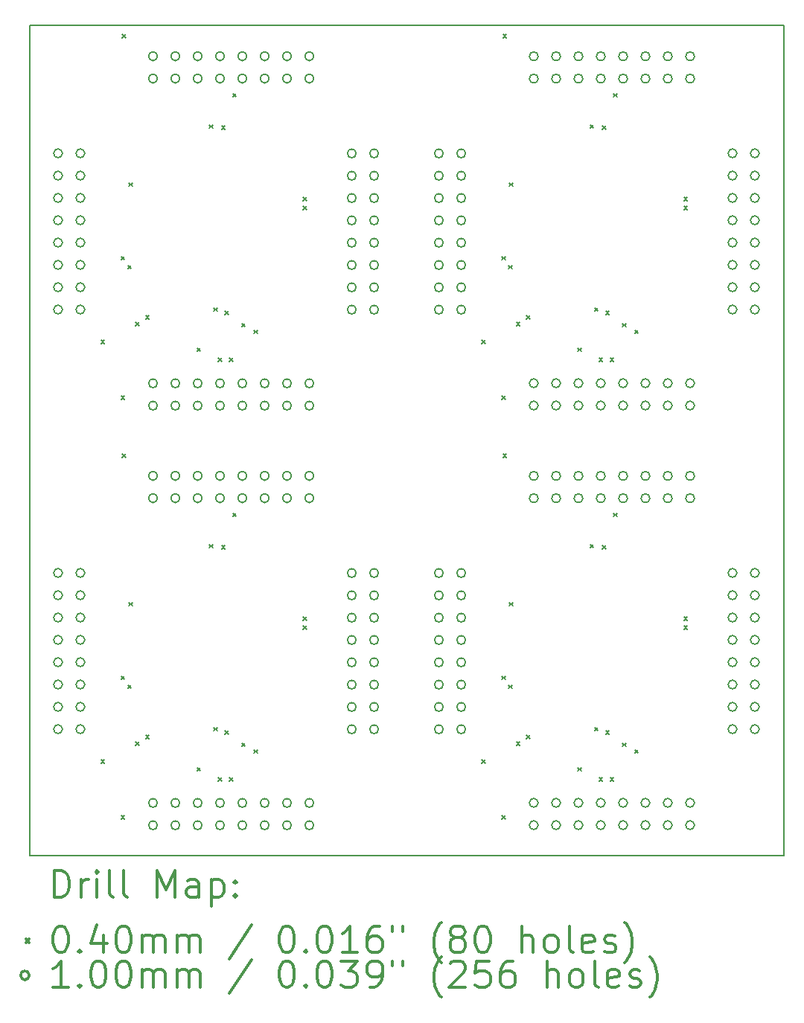
<source format=gbr>
%FSLAX45Y45*%
G04 Gerber Fmt 4.5, Leading zero omitted, Abs format (unit mm)*
G04 Created by KiCad (PCBNEW 5.0.2+dfsg1-1~bpo9+1) date lun. 08 juil. 2019 21:33:23 CEST*
%MOMM*%
%LPD*%
G01*
G04 APERTURE LIST*
%ADD10C,0.200000*%
%ADD11C,0.300000*%
G04 APERTURE END LIST*
D10*
X16929100Y-15608300D02*
X17018000Y-15608300D01*
X17030700Y-6159500D02*
X17018000Y-6159500D01*
X16929100Y-6159500D02*
X17030700Y-6159500D01*
X12687300Y-10833100D02*
X12687300Y-10934700D01*
X21259800Y-10833100D02*
X21259800Y-10934700D01*
X21259800Y-15608300D02*
X21259800Y-10934700D01*
X17018000Y-15608300D02*
X21259800Y-15608300D01*
X12687300Y-10934700D02*
X12687300Y-15608300D01*
X12687300Y-15608300D02*
X16929100Y-15608300D01*
X17018000Y-6159500D02*
X21259800Y-6159500D01*
X21259800Y-10833100D02*
X21259800Y-6159500D01*
X12687300Y-6159500D02*
X12687300Y-10833100D01*
X12687300Y-6159500D02*
X16929100Y-6159500D01*
D10*
X13492800Y-9746300D02*
X13532800Y-9786300D01*
X13532800Y-9746300D02*
X13492800Y-9786300D01*
X13492800Y-14521500D02*
X13532800Y-14561500D01*
X13532800Y-14521500D02*
X13492800Y-14561500D01*
X13721400Y-8793800D02*
X13761400Y-8833800D01*
X13761400Y-8793800D02*
X13721400Y-8833800D01*
X13721400Y-10381300D02*
X13761400Y-10421300D01*
X13761400Y-10381300D02*
X13721400Y-10421300D01*
X13721400Y-13569000D02*
X13761400Y-13609000D01*
X13761400Y-13569000D02*
X13721400Y-13609000D01*
X13721400Y-15156500D02*
X13761400Y-15196500D01*
X13761400Y-15156500D02*
X13721400Y-15196500D01*
X13734100Y-6266500D02*
X13774100Y-6306500D01*
X13774100Y-6266500D02*
X13734100Y-6306500D01*
X13734100Y-11041700D02*
X13774100Y-11081700D01*
X13774100Y-11041700D02*
X13734100Y-11081700D01*
X13797600Y-8895400D02*
X13837600Y-8935400D01*
X13837600Y-8895400D02*
X13797600Y-8935400D01*
X13797600Y-13670600D02*
X13837600Y-13710600D01*
X13837600Y-13670600D02*
X13797600Y-13710600D01*
X13808700Y-7955600D02*
X13848700Y-7995600D01*
X13848700Y-7955600D02*
X13808700Y-7995600D01*
X13808700Y-12730800D02*
X13848700Y-12770800D01*
X13848700Y-12730800D02*
X13808700Y-12770800D01*
X13886500Y-9543100D02*
X13926500Y-9583100D01*
X13926500Y-9543100D02*
X13886500Y-9583100D01*
X13886500Y-14318300D02*
X13926500Y-14358300D01*
X13926500Y-14318300D02*
X13886500Y-14358300D01*
X14000800Y-9466900D02*
X14040800Y-9506900D01*
X14040800Y-9466900D02*
X14000800Y-9506900D01*
X14000800Y-14242100D02*
X14040800Y-14282100D01*
X14040800Y-14242100D02*
X14000800Y-14282100D01*
X14585000Y-9835200D02*
X14625000Y-9875200D01*
X14625000Y-9835200D02*
X14585000Y-9875200D01*
X14585000Y-14610400D02*
X14625000Y-14650400D01*
X14625000Y-14610400D02*
X14585000Y-14650400D01*
X14724700Y-7295200D02*
X14764700Y-7335200D01*
X14764700Y-7295200D02*
X14724700Y-7335200D01*
X14724700Y-12070400D02*
X14764700Y-12110400D01*
X14764700Y-12070400D02*
X14724700Y-12110400D01*
X14775500Y-9378000D02*
X14815500Y-9418000D01*
X14815500Y-9378000D02*
X14775500Y-9418000D01*
X14775500Y-14153200D02*
X14815500Y-14193200D01*
X14815500Y-14153200D02*
X14775500Y-14193200D01*
X14826300Y-9949500D02*
X14866300Y-9989500D01*
X14866300Y-9949500D02*
X14826300Y-9989500D01*
X14826300Y-14724700D02*
X14866300Y-14764700D01*
X14866300Y-14724700D02*
X14826300Y-14764700D01*
X14864400Y-7307900D02*
X14904400Y-7347900D01*
X14904400Y-7307900D02*
X14864400Y-7347900D01*
X14864400Y-12083100D02*
X14904400Y-12123100D01*
X14904400Y-12083100D02*
X14864400Y-12123100D01*
X14902900Y-9416500D02*
X14942900Y-9456500D01*
X14942900Y-9416500D02*
X14902900Y-9456500D01*
X14902900Y-14191700D02*
X14942900Y-14231700D01*
X14942900Y-14191700D02*
X14902900Y-14231700D01*
X14953300Y-9949500D02*
X14993300Y-9989500D01*
X14993300Y-9949500D02*
X14953300Y-9989500D01*
X14953300Y-14724700D02*
X14993300Y-14764700D01*
X14993300Y-14724700D02*
X14953300Y-14764700D01*
X14991400Y-6939600D02*
X15031400Y-6979600D01*
X15031400Y-6939600D02*
X14991400Y-6979600D01*
X14991400Y-11714800D02*
X15031400Y-11754800D01*
X15031400Y-11714800D02*
X14991400Y-11754800D01*
X15093000Y-9555800D02*
X15133000Y-9595800D01*
X15133000Y-9555800D02*
X15093000Y-9595800D01*
X15093000Y-14331000D02*
X15133000Y-14371000D01*
X15133000Y-14331000D02*
X15093000Y-14371000D01*
X15232700Y-9632000D02*
X15272700Y-9672000D01*
X15272700Y-9632000D02*
X15232700Y-9672000D01*
X15232700Y-14407200D02*
X15272700Y-14447200D01*
X15272700Y-14407200D02*
X15232700Y-14447200D01*
X15791500Y-8120700D02*
X15831500Y-8160700D01*
X15831500Y-8120700D02*
X15791500Y-8160700D01*
X15791500Y-8222300D02*
X15831500Y-8262300D01*
X15831500Y-8222300D02*
X15791500Y-8262300D01*
X15791500Y-12895900D02*
X15831500Y-12935900D01*
X15831500Y-12895900D02*
X15791500Y-12935900D01*
X15791500Y-12997500D02*
X15831500Y-13037500D01*
X15831500Y-12997500D02*
X15791500Y-13037500D01*
X17823500Y-9746300D02*
X17863500Y-9786300D01*
X17863500Y-9746300D02*
X17823500Y-9786300D01*
X17823500Y-14521500D02*
X17863500Y-14561500D01*
X17863500Y-14521500D02*
X17823500Y-14561500D01*
X18052100Y-8793800D02*
X18092100Y-8833800D01*
X18092100Y-8793800D02*
X18052100Y-8833800D01*
X18052100Y-10381300D02*
X18092100Y-10421300D01*
X18092100Y-10381300D02*
X18052100Y-10421300D01*
X18052100Y-13569000D02*
X18092100Y-13609000D01*
X18092100Y-13569000D02*
X18052100Y-13609000D01*
X18052100Y-15156500D02*
X18092100Y-15196500D01*
X18092100Y-15156500D02*
X18052100Y-15196500D01*
X18064800Y-6266500D02*
X18104800Y-6306500D01*
X18104800Y-6266500D02*
X18064800Y-6306500D01*
X18064800Y-11041700D02*
X18104800Y-11081700D01*
X18104800Y-11041700D02*
X18064800Y-11081700D01*
X18128300Y-8895400D02*
X18168300Y-8935400D01*
X18168300Y-8895400D02*
X18128300Y-8935400D01*
X18128300Y-13670600D02*
X18168300Y-13710600D01*
X18168300Y-13670600D02*
X18128300Y-13710600D01*
X18139400Y-7955600D02*
X18179400Y-7995600D01*
X18179400Y-7955600D02*
X18139400Y-7995600D01*
X18139400Y-12730800D02*
X18179400Y-12770800D01*
X18179400Y-12730800D02*
X18139400Y-12770800D01*
X18217200Y-9543100D02*
X18257200Y-9583100D01*
X18257200Y-9543100D02*
X18217200Y-9583100D01*
X18217200Y-14318300D02*
X18257200Y-14358300D01*
X18257200Y-14318300D02*
X18217200Y-14358300D01*
X18331500Y-9466900D02*
X18371500Y-9506900D01*
X18371500Y-9466900D02*
X18331500Y-9506900D01*
X18331500Y-14242100D02*
X18371500Y-14282100D01*
X18371500Y-14242100D02*
X18331500Y-14282100D01*
X18915700Y-9835200D02*
X18955700Y-9875200D01*
X18955700Y-9835200D02*
X18915700Y-9875200D01*
X18915700Y-14610400D02*
X18955700Y-14650400D01*
X18955700Y-14610400D02*
X18915700Y-14650400D01*
X19055400Y-7295200D02*
X19095400Y-7335200D01*
X19095400Y-7295200D02*
X19055400Y-7335200D01*
X19055400Y-12070400D02*
X19095400Y-12110400D01*
X19095400Y-12070400D02*
X19055400Y-12110400D01*
X19106200Y-9378000D02*
X19146200Y-9418000D01*
X19146200Y-9378000D02*
X19106200Y-9418000D01*
X19106200Y-14153200D02*
X19146200Y-14193200D01*
X19146200Y-14153200D02*
X19106200Y-14193200D01*
X19157000Y-9949500D02*
X19197000Y-9989500D01*
X19197000Y-9949500D02*
X19157000Y-9989500D01*
X19157000Y-14724700D02*
X19197000Y-14764700D01*
X19197000Y-14724700D02*
X19157000Y-14764700D01*
X19195100Y-7307900D02*
X19235100Y-7347900D01*
X19235100Y-7307900D02*
X19195100Y-7347900D01*
X19195100Y-12083100D02*
X19235100Y-12123100D01*
X19235100Y-12083100D02*
X19195100Y-12123100D01*
X19233600Y-9416500D02*
X19273600Y-9456500D01*
X19273600Y-9416500D02*
X19233600Y-9456500D01*
X19233600Y-14191700D02*
X19273600Y-14231700D01*
X19273600Y-14191700D02*
X19233600Y-14231700D01*
X19284000Y-9949500D02*
X19324000Y-9989500D01*
X19324000Y-9949500D02*
X19284000Y-9989500D01*
X19284000Y-14724700D02*
X19324000Y-14764700D01*
X19324000Y-14724700D02*
X19284000Y-14764700D01*
X19322100Y-6939600D02*
X19362100Y-6979600D01*
X19362100Y-6939600D02*
X19322100Y-6979600D01*
X19322100Y-11714800D02*
X19362100Y-11754800D01*
X19362100Y-11714800D02*
X19322100Y-11754800D01*
X19423700Y-9555800D02*
X19463700Y-9595800D01*
X19463700Y-9555800D02*
X19423700Y-9595800D01*
X19423700Y-14331000D02*
X19463700Y-14371000D01*
X19463700Y-14331000D02*
X19423700Y-14371000D01*
X19563400Y-9632000D02*
X19603400Y-9672000D01*
X19603400Y-9632000D02*
X19563400Y-9672000D01*
X19563400Y-14407200D02*
X19603400Y-14447200D01*
X19603400Y-14407200D02*
X19563400Y-14447200D01*
X20122200Y-8120700D02*
X20162200Y-8160700D01*
X20162200Y-8120700D02*
X20122200Y-8160700D01*
X20122200Y-8222300D02*
X20162200Y-8262300D01*
X20162200Y-8222300D02*
X20122200Y-8262300D01*
X20122200Y-12895900D02*
X20162200Y-12935900D01*
X20162200Y-12895900D02*
X20122200Y-12935900D01*
X20122200Y-12997500D02*
X20162200Y-13037500D01*
X20162200Y-12997500D02*
X20122200Y-13037500D01*
X16394900Y-12395200D02*
G75*
G03X16394900Y-12395200I-50000J0D01*
G01*
X16394900Y-12649200D02*
G75*
G03X16394900Y-12649200I-50000J0D01*
G01*
X16394900Y-12903200D02*
G75*
G03X16394900Y-12903200I-50000J0D01*
G01*
X16394900Y-13157200D02*
G75*
G03X16394900Y-13157200I-50000J0D01*
G01*
X16394900Y-13411200D02*
G75*
G03X16394900Y-13411200I-50000J0D01*
G01*
X16394900Y-13665200D02*
G75*
G03X16394900Y-13665200I-50000J0D01*
G01*
X16394900Y-13919200D02*
G75*
G03X16394900Y-13919200I-50000J0D01*
G01*
X16394900Y-14173200D02*
G75*
G03X16394900Y-14173200I-50000J0D01*
G01*
X16648900Y-12395200D02*
G75*
G03X16648900Y-12395200I-50000J0D01*
G01*
X16648900Y-12649200D02*
G75*
G03X16648900Y-12649200I-50000J0D01*
G01*
X16648900Y-12903200D02*
G75*
G03X16648900Y-12903200I-50000J0D01*
G01*
X16648900Y-13157200D02*
G75*
G03X16648900Y-13157200I-50000J0D01*
G01*
X16648900Y-13411200D02*
G75*
G03X16648900Y-13411200I-50000J0D01*
G01*
X16648900Y-13665200D02*
G75*
G03X16648900Y-13665200I-50000J0D01*
G01*
X16648900Y-13919200D02*
G75*
G03X16648900Y-13919200I-50000J0D01*
G01*
X16648900Y-14173200D02*
G75*
G03X16648900Y-14173200I-50000J0D01*
G01*
X18465000Y-6515100D02*
G75*
G03X18465000Y-6515100I-50000J0D01*
G01*
X18465000Y-6769100D02*
G75*
G03X18465000Y-6769100I-50000J0D01*
G01*
X18719000Y-6515100D02*
G75*
G03X18719000Y-6515100I-50000J0D01*
G01*
X18719000Y-6769100D02*
G75*
G03X18719000Y-6769100I-50000J0D01*
G01*
X18973000Y-6515100D02*
G75*
G03X18973000Y-6515100I-50000J0D01*
G01*
X18973000Y-6769100D02*
G75*
G03X18973000Y-6769100I-50000J0D01*
G01*
X19227000Y-6515100D02*
G75*
G03X19227000Y-6515100I-50000J0D01*
G01*
X19227000Y-6769100D02*
G75*
G03X19227000Y-6769100I-50000J0D01*
G01*
X19481000Y-6515100D02*
G75*
G03X19481000Y-6515100I-50000J0D01*
G01*
X19481000Y-6769100D02*
G75*
G03X19481000Y-6769100I-50000J0D01*
G01*
X19735000Y-6515100D02*
G75*
G03X19735000Y-6515100I-50000J0D01*
G01*
X19735000Y-6769100D02*
G75*
G03X19735000Y-6769100I-50000J0D01*
G01*
X19989000Y-6515100D02*
G75*
G03X19989000Y-6515100I-50000J0D01*
G01*
X19989000Y-6769100D02*
G75*
G03X19989000Y-6769100I-50000J0D01*
G01*
X20243000Y-6515100D02*
G75*
G03X20243000Y-6515100I-50000J0D01*
G01*
X20243000Y-6769100D02*
G75*
G03X20243000Y-6769100I-50000J0D01*
G01*
X14134300Y-15011400D02*
G75*
G03X14134300Y-15011400I-50000J0D01*
G01*
X14134300Y-15265400D02*
G75*
G03X14134300Y-15265400I-50000J0D01*
G01*
X14388300Y-15011400D02*
G75*
G03X14388300Y-15011400I-50000J0D01*
G01*
X14388300Y-15265400D02*
G75*
G03X14388300Y-15265400I-50000J0D01*
G01*
X14642300Y-15011400D02*
G75*
G03X14642300Y-15011400I-50000J0D01*
G01*
X14642300Y-15265400D02*
G75*
G03X14642300Y-15265400I-50000J0D01*
G01*
X14896300Y-15011400D02*
G75*
G03X14896300Y-15011400I-50000J0D01*
G01*
X14896300Y-15265400D02*
G75*
G03X14896300Y-15265400I-50000J0D01*
G01*
X15150300Y-15011400D02*
G75*
G03X15150300Y-15011400I-50000J0D01*
G01*
X15150300Y-15265400D02*
G75*
G03X15150300Y-15265400I-50000J0D01*
G01*
X15404300Y-15011400D02*
G75*
G03X15404300Y-15011400I-50000J0D01*
G01*
X15404300Y-15265400D02*
G75*
G03X15404300Y-15265400I-50000J0D01*
G01*
X15658300Y-15011400D02*
G75*
G03X15658300Y-15011400I-50000J0D01*
G01*
X15658300Y-15265400D02*
G75*
G03X15658300Y-15265400I-50000J0D01*
G01*
X15912300Y-15011400D02*
G75*
G03X15912300Y-15011400I-50000J0D01*
G01*
X15912300Y-15265400D02*
G75*
G03X15912300Y-15265400I-50000J0D01*
G01*
X13054800Y-7620000D02*
G75*
G03X13054800Y-7620000I-50000J0D01*
G01*
X13054800Y-7874000D02*
G75*
G03X13054800Y-7874000I-50000J0D01*
G01*
X13054800Y-8128000D02*
G75*
G03X13054800Y-8128000I-50000J0D01*
G01*
X13054800Y-8382000D02*
G75*
G03X13054800Y-8382000I-50000J0D01*
G01*
X13054800Y-8636000D02*
G75*
G03X13054800Y-8636000I-50000J0D01*
G01*
X13054800Y-8890000D02*
G75*
G03X13054800Y-8890000I-50000J0D01*
G01*
X13054800Y-9144000D02*
G75*
G03X13054800Y-9144000I-50000J0D01*
G01*
X13054800Y-9398000D02*
G75*
G03X13054800Y-9398000I-50000J0D01*
G01*
X13308800Y-7620000D02*
G75*
G03X13308800Y-7620000I-50000J0D01*
G01*
X13308800Y-7874000D02*
G75*
G03X13308800Y-7874000I-50000J0D01*
G01*
X13308800Y-8128000D02*
G75*
G03X13308800Y-8128000I-50000J0D01*
G01*
X13308800Y-8382000D02*
G75*
G03X13308800Y-8382000I-50000J0D01*
G01*
X13308800Y-8636000D02*
G75*
G03X13308800Y-8636000I-50000J0D01*
G01*
X13308800Y-8890000D02*
G75*
G03X13308800Y-8890000I-50000J0D01*
G01*
X13308800Y-9144000D02*
G75*
G03X13308800Y-9144000I-50000J0D01*
G01*
X13308800Y-9398000D02*
G75*
G03X13308800Y-9398000I-50000J0D01*
G01*
X14134300Y-10236200D02*
G75*
G03X14134300Y-10236200I-50000J0D01*
G01*
X14134300Y-10490200D02*
G75*
G03X14134300Y-10490200I-50000J0D01*
G01*
X14388300Y-10236200D02*
G75*
G03X14388300Y-10236200I-50000J0D01*
G01*
X14388300Y-10490200D02*
G75*
G03X14388300Y-10490200I-50000J0D01*
G01*
X14642300Y-10236200D02*
G75*
G03X14642300Y-10236200I-50000J0D01*
G01*
X14642300Y-10490200D02*
G75*
G03X14642300Y-10490200I-50000J0D01*
G01*
X14896300Y-10236200D02*
G75*
G03X14896300Y-10236200I-50000J0D01*
G01*
X14896300Y-10490200D02*
G75*
G03X14896300Y-10490200I-50000J0D01*
G01*
X15150300Y-10236200D02*
G75*
G03X15150300Y-10236200I-50000J0D01*
G01*
X15150300Y-10490200D02*
G75*
G03X15150300Y-10490200I-50000J0D01*
G01*
X15404300Y-10236200D02*
G75*
G03X15404300Y-10236200I-50000J0D01*
G01*
X15404300Y-10490200D02*
G75*
G03X15404300Y-10490200I-50000J0D01*
G01*
X15658300Y-10236200D02*
G75*
G03X15658300Y-10236200I-50000J0D01*
G01*
X15658300Y-10490200D02*
G75*
G03X15658300Y-10490200I-50000J0D01*
G01*
X15912300Y-10236200D02*
G75*
G03X15912300Y-10236200I-50000J0D01*
G01*
X15912300Y-10490200D02*
G75*
G03X15912300Y-10490200I-50000J0D01*
G01*
X16394900Y-7620000D02*
G75*
G03X16394900Y-7620000I-50000J0D01*
G01*
X16394900Y-7874000D02*
G75*
G03X16394900Y-7874000I-50000J0D01*
G01*
X16394900Y-8128000D02*
G75*
G03X16394900Y-8128000I-50000J0D01*
G01*
X16394900Y-8382000D02*
G75*
G03X16394900Y-8382000I-50000J0D01*
G01*
X16394900Y-8636000D02*
G75*
G03X16394900Y-8636000I-50000J0D01*
G01*
X16394900Y-8890000D02*
G75*
G03X16394900Y-8890000I-50000J0D01*
G01*
X16394900Y-9144000D02*
G75*
G03X16394900Y-9144000I-50000J0D01*
G01*
X16394900Y-9398000D02*
G75*
G03X16394900Y-9398000I-50000J0D01*
G01*
X16648900Y-7620000D02*
G75*
G03X16648900Y-7620000I-50000J0D01*
G01*
X16648900Y-7874000D02*
G75*
G03X16648900Y-7874000I-50000J0D01*
G01*
X16648900Y-8128000D02*
G75*
G03X16648900Y-8128000I-50000J0D01*
G01*
X16648900Y-8382000D02*
G75*
G03X16648900Y-8382000I-50000J0D01*
G01*
X16648900Y-8636000D02*
G75*
G03X16648900Y-8636000I-50000J0D01*
G01*
X16648900Y-8890000D02*
G75*
G03X16648900Y-8890000I-50000J0D01*
G01*
X16648900Y-9144000D02*
G75*
G03X16648900Y-9144000I-50000J0D01*
G01*
X16648900Y-9398000D02*
G75*
G03X16648900Y-9398000I-50000J0D01*
G01*
X20725600Y-7620000D02*
G75*
G03X20725600Y-7620000I-50000J0D01*
G01*
X20725600Y-7874000D02*
G75*
G03X20725600Y-7874000I-50000J0D01*
G01*
X20725600Y-8128000D02*
G75*
G03X20725600Y-8128000I-50000J0D01*
G01*
X20725600Y-8382000D02*
G75*
G03X20725600Y-8382000I-50000J0D01*
G01*
X20725600Y-8636000D02*
G75*
G03X20725600Y-8636000I-50000J0D01*
G01*
X20725600Y-8890000D02*
G75*
G03X20725600Y-8890000I-50000J0D01*
G01*
X20725600Y-9144000D02*
G75*
G03X20725600Y-9144000I-50000J0D01*
G01*
X20725600Y-9398000D02*
G75*
G03X20725600Y-9398000I-50000J0D01*
G01*
X20979600Y-7620000D02*
G75*
G03X20979600Y-7620000I-50000J0D01*
G01*
X20979600Y-7874000D02*
G75*
G03X20979600Y-7874000I-50000J0D01*
G01*
X20979600Y-8128000D02*
G75*
G03X20979600Y-8128000I-50000J0D01*
G01*
X20979600Y-8382000D02*
G75*
G03X20979600Y-8382000I-50000J0D01*
G01*
X20979600Y-8636000D02*
G75*
G03X20979600Y-8636000I-50000J0D01*
G01*
X20979600Y-8890000D02*
G75*
G03X20979600Y-8890000I-50000J0D01*
G01*
X20979600Y-9144000D02*
G75*
G03X20979600Y-9144000I-50000J0D01*
G01*
X20979600Y-9398000D02*
G75*
G03X20979600Y-9398000I-50000J0D01*
G01*
X18465000Y-10236200D02*
G75*
G03X18465000Y-10236200I-50000J0D01*
G01*
X18465000Y-10490200D02*
G75*
G03X18465000Y-10490200I-50000J0D01*
G01*
X18719000Y-10236200D02*
G75*
G03X18719000Y-10236200I-50000J0D01*
G01*
X18719000Y-10490200D02*
G75*
G03X18719000Y-10490200I-50000J0D01*
G01*
X18973000Y-10236200D02*
G75*
G03X18973000Y-10236200I-50000J0D01*
G01*
X18973000Y-10490200D02*
G75*
G03X18973000Y-10490200I-50000J0D01*
G01*
X19227000Y-10236200D02*
G75*
G03X19227000Y-10236200I-50000J0D01*
G01*
X19227000Y-10490200D02*
G75*
G03X19227000Y-10490200I-50000J0D01*
G01*
X19481000Y-10236200D02*
G75*
G03X19481000Y-10236200I-50000J0D01*
G01*
X19481000Y-10490200D02*
G75*
G03X19481000Y-10490200I-50000J0D01*
G01*
X19735000Y-10236200D02*
G75*
G03X19735000Y-10236200I-50000J0D01*
G01*
X19735000Y-10490200D02*
G75*
G03X19735000Y-10490200I-50000J0D01*
G01*
X19989000Y-10236200D02*
G75*
G03X19989000Y-10236200I-50000J0D01*
G01*
X19989000Y-10490200D02*
G75*
G03X19989000Y-10490200I-50000J0D01*
G01*
X20243000Y-10236200D02*
G75*
G03X20243000Y-10236200I-50000J0D01*
G01*
X20243000Y-10490200D02*
G75*
G03X20243000Y-10490200I-50000J0D01*
G01*
X14134300Y-6515100D02*
G75*
G03X14134300Y-6515100I-50000J0D01*
G01*
X14134300Y-6769100D02*
G75*
G03X14134300Y-6769100I-50000J0D01*
G01*
X14388300Y-6515100D02*
G75*
G03X14388300Y-6515100I-50000J0D01*
G01*
X14388300Y-6769100D02*
G75*
G03X14388300Y-6769100I-50000J0D01*
G01*
X14642300Y-6515100D02*
G75*
G03X14642300Y-6515100I-50000J0D01*
G01*
X14642300Y-6769100D02*
G75*
G03X14642300Y-6769100I-50000J0D01*
G01*
X14896300Y-6515100D02*
G75*
G03X14896300Y-6515100I-50000J0D01*
G01*
X14896300Y-6769100D02*
G75*
G03X14896300Y-6769100I-50000J0D01*
G01*
X15150300Y-6515100D02*
G75*
G03X15150300Y-6515100I-50000J0D01*
G01*
X15150300Y-6769100D02*
G75*
G03X15150300Y-6769100I-50000J0D01*
G01*
X15404300Y-6515100D02*
G75*
G03X15404300Y-6515100I-50000J0D01*
G01*
X15404300Y-6769100D02*
G75*
G03X15404300Y-6769100I-50000J0D01*
G01*
X15658300Y-6515100D02*
G75*
G03X15658300Y-6515100I-50000J0D01*
G01*
X15658300Y-6769100D02*
G75*
G03X15658300Y-6769100I-50000J0D01*
G01*
X15912300Y-6515100D02*
G75*
G03X15912300Y-6515100I-50000J0D01*
G01*
X15912300Y-6769100D02*
G75*
G03X15912300Y-6769100I-50000J0D01*
G01*
X14134300Y-11290300D02*
G75*
G03X14134300Y-11290300I-50000J0D01*
G01*
X14134300Y-11544300D02*
G75*
G03X14134300Y-11544300I-50000J0D01*
G01*
X14388300Y-11290300D02*
G75*
G03X14388300Y-11290300I-50000J0D01*
G01*
X14388300Y-11544300D02*
G75*
G03X14388300Y-11544300I-50000J0D01*
G01*
X14642300Y-11290300D02*
G75*
G03X14642300Y-11290300I-50000J0D01*
G01*
X14642300Y-11544300D02*
G75*
G03X14642300Y-11544300I-50000J0D01*
G01*
X14896300Y-11290300D02*
G75*
G03X14896300Y-11290300I-50000J0D01*
G01*
X14896300Y-11544300D02*
G75*
G03X14896300Y-11544300I-50000J0D01*
G01*
X15150300Y-11290300D02*
G75*
G03X15150300Y-11290300I-50000J0D01*
G01*
X15150300Y-11544300D02*
G75*
G03X15150300Y-11544300I-50000J0D01*
G01*
X15404300Y-11290300D02*
G75*
G03X15404300Y-11290300I-50000J0D01*
G01*
X15404300Y-11544300D02*
G75*
G03X15404300Y-11544300I-50000J0D01*
G01*
X15658300Y-11290300D02*
G75*
G03X15658300Y-11290300I-50000J0D01*
G01*
X15658300Y-11544300D02*
G75*
G03X15658300Y-11544300I-50000J0D01*
G01*
X15912300Y-11290300D02*
G75*
G03X15912300Y-11290300I-50000J0D01*
G01*
X15912300Y-11544300D02*
G75*
G03X15912300Y-11544300I-50000J0D01*
G01*
X20725600Y-12395200D02*
G75*
G03X20725600Y-12395200I-50000J0D01*
G01*
X20725600Y-12649200D02*
G75*
G03X20725600Y-12649200I-50000J0D01*
G01*
X20725600Y-12903200D02*
G75*
G03X20725600Y-12903200I-50000J0D01*
G01*
X20725600Y-13157200D02*
G75*
G03X20725600Y-13157200I-50000J0D01*
G01*
X20725600Y-13411200D02*
G75*
G03X20725600Y-13411200I-50000J0D01*
G01*
X20725600Y-13665200D02*
G75*
G03X20725600Y-13665200I-50000J0D01*
G01*
X20725600Y-13919200D02*
G75*
G03X20725600Y-13919200I-50000J0D01*
G01*
X20725600Y-14173200D02*
G75*
G03X20725600Y-14173200I-50000J0D01*
G01*
X20979600Y-12395200D02*
G75*
G03X20979600Y-12395200I-50000J0D01*
G01*
X20979600Y-12649200D02*
G75*
G03X20979600Y-12649200I-50000J0D01*
G01*
X20979600Y-12903200D02*
G75*
G03X20979600Y-12903200I-50000J0D01*
G01*
X20979600Y-13157200D02*
G75*
G03X20979600Y-13157200I-50000J0D01*
G01*
X20979600Y-13411200D02*
G75*
G03X20979600Y-13411200I-50000J0D01*
G01*
X20979600Y-13665200D02*
G75*
G03X20979600Y-13665200I-50000J0D01*
G01*
X20979600Y-13919200D02*
G75*
G03X20979600Y-13919200I-50000J0D01*
G01*
X20979600Y-14173200D02*
G75*
G03X20979600Y-14173200I-50000J0D01*
G01*
X18465000Y-11290300D02*
G75*
G03X18465000Y-11290300I-50000J0D01*
G01*
X18465000Y-11544300D02*
G75*
G03X18465000Y-11544300I-50000J0D01*
G01*
X18719000Y-11290300D02*
G75*
G03X18719000Y-11290300I-50000J0D01*
G01*
X18719000Y-11544300D02*
G75*
G03X18719000Y-11544300I-50000J0D01*
G01*
X18973000Y-11290300D02*
G75*
G03X18973000Y-11290300I-50000J0D01*
G01*
X18973000Y-11544300D02*
G75*
G03X18973000Y-11544300I-50000J0D01*
G01*
X19227000Y-11290300D02*
G75*
G03X19227000Y-11290300I-50000J0D01*
G01*
X19227000Y-11544300D02*
G75*
G03X19227000Y-11544300I-50000J0D01*
G01*
X19481000Y-11290300D02*
G75*
G03X19481000Y-11290300I-50000J0D01*
G01*
X19481000Y-11544300D02*
G75*
G03X19481000Y-11544300I-50000J0D01*
G01*
X19735000Y-11290300D02*
G75*
G03X19735000Y-11290300I-50000J0D01*
G01*
X19735000Y-11544300D02*
G75*
G03X19735000Y-11544300I-50000J0D01*
G01*
X19989000Y-11290300D02*
G75*
G03X19989000Y-11290300I-50000J0D01*
G01*
X19989000Y-11544300D02*
G75*
G03X19989000Y-11544300I-50000J0D01*
G01*
X20243000Y-11290300D02*
G75*
G03X20243000Y-11290300I-50000J0D01*
G01*
X20243000Y-11544300D02*
G75*
G03X20243000Y-11544300I-50000J0D01*
G01*
X17385500Y-12395200D02*
G75*
G03X17385500Y-12395200I-50000J0D01*
G01*
X17385500Y-12649200D02*
G75*
G03X17385500Y-12649200I-50000J0D01*
G01*
X17385500Y-12903200D02*
G75*
G03X17385500Y-12903200I-50000J0D01*
G01*
X17385500Y-13157200D02*
G75*
G03X17385500Y-13157200I-50000J0D01*
G01*
X17385500Y-13411200D02*
G75*
G03X17385500Y-13411200I-50000J0D01*
G01*
X17385500Y-13665200D02*
G75*
G03X17385500Y-13665200I-50000J0D01*
G01*
X17385500Y-13919200D02*
G75*
G03X17385500Y-13919200I-50000J0D01*
G01*
X17385500Y-14173200D02*
G75*
G03X17385500Y-14173200I-50000J0D01*
G01*
X17639500Y-12395200D02*
G75*
G03X17639500Y-12395200I-50000J0D01*
G01*
X17639500Y-12649200D02*
G75*
G03X17639500Y-12649200I-50000J0D01*
G01*
X17639500Y-12903200D02*
G75*
G03X17639500Y-12903200I-50000J0D01*
G01*
X17639500Y-13157200D02*
G75*
G03X17639500Y-13157200I-50000J0D01*
G01*
X17639500Y-13411200D02*
G75*
G03X17639500Y-13411200I-50000J0D01*
G01*
X17639500Y-13665200D02*
G75*
G03X17639500Y-13665200I-50000J0D01*
G01*
X17639500Y-13919200D02*
G75*
G03X17639500Y-13919200I-50000J0D01*
G01*
X17639500Y-14173200D02*
G75*
G03X17639500Y-14173200I-50000J0D01*
G01*
X13054800Y-12395200D02*
G75*
G03X13054800Y-12395200I-50000J0D01*
G01*
X13054800Y-12649200D02*
G75*
G03X13054800Y-12649200I-50000J0D01*
G01*
X13054800Y-12903200D02*
G75*
G03X13054800Y-12903200I-50000J0D01*
G01*
X13054800Y-13157200D02*
G75*
G03X13054800Y-13157200I-50000J0D01*
G01*
X13054800Y-13411200D02*
G75*
G03X13054800Y-13411200I-50000J0D01*
G01*
X13054800Y-13665200D02*
G75*
G03X13054800Y-13665200I-50000J0D01*
G01*
X13054800Y-13919200D02*
G75*
G03X13054800Y-13919200I-50000J0D01*
G01*
X13054800Y-14173200D02*
G75*
G03X13054800Y-14173200I-50000J0D01*
G01*
X13308800Y-12395200D02*
G75*
G03X13308800Y-12395200I-50000J0D01*
G01*
X13308800Y-12649200D02*
G75*
G03X13308800Y-12649200I-50000J0D01*
G01*
X13308800Y-12903200D02*
G75*
G03X13308800Y-12903200I-50000J0D01*
G01*
X13308800Y-13157200D02*
G75*
G03X13308800Y-13157200I-50000J0D01*
G01*
X13308800Y-13411200D02*
G75*
G03X13308800Y-13411200I-50000J0D01*
G01*
X13308800Y-13665200D02*
G75*
G03X13308800Y-13665200I-50000J0D01*
G01*
X13308800Y-13919200D02*
G75*
G03X13308800Y-13919200I-50000J0D01*
G01*
X13308800Y-14173200D02*
G75*
G03X13308800Y-14173200I-50000J0D01*
G01*
X18465000Y-15011400D02*
G75*
G03X18465000Y-15011400I-50000J0D01*
G01*
X18465000Y-15265400D02*
G75*
G03X18465000Y-15265400I-50000J0D01*
G01*
X18719000Y-15011400D02*
G75*
G03X18719000Y-15011400I-50000J0D01*
G01*
X18719000Y-15265400D02*
G75*
G03X18719000Y-15265400I-50000J0D01*
G01*
X18973000Y-15011400D02*
G75*
G03X18973000Y-15011400I-50000J0D01*
G01*
X18973000Y-15265400D02*
G75*
G03X18973000Y-15265400I-50000J0D01*
G01*
X19227000Y-15011400D02*
G75*
G03X19227000Y-15011400I-50000J0D01*
G01*
X19227000Y-15265400D02*
G75*
G03X19227000Y-15265400I-50000J0D01*
G01*
X19481000Y-15011400D02*
G75*
G03X19481000Y-15011400I-50000J0D01*
G01*
X19481000Y-15265400D02*
G75*
G03X19481000Y-15265400I-50000J0D01*
G01*
X19735000Y-15011400D02*
G75*
G03X19735000Y-15011400I-50000J0D01*
G01*
X19735000Y-15265400D02*
G75*
G03X19735000Y-15265400I-50000J0D01*
G01*
X19989000Y-15011400D02*
G75*
G03X19989000Y-15011400I-50000J0D01*
G01*
X19989000Y-15265400D02*
G75*
G03X19989000Y-15265400I-50000J0D01*
G01*
X20243000Y-15011400D02*
G75*
G03X20243000Y-15011400I-50000J0D01*
G01*
X20243000Y-15265400D02*
G75*
G03X20243000Y-15265400I-50000J0D01*
G01*
X17385500Y-7620000D02*
G75*
G03X17385500Y-7620000I-50000J0D01*
G01*
X17385500Y-7874000D02*
G75*
G03X17385500Y-7874000I-50000J0D01*
G01*
X17385500Y-8128000D02*
G75*
G03X17385500Y-8128000I-50000J0D01*
G01*
X17385500Y-8382000D02*
G75*
G03X17385500Y-8382000I-50000J0D01*
G01*
X17385500Y-8636000D02*
G75*
G03X17385500Y-8636000I-50000J0D01*
G01*
X17385500Y-8890000D02*
G75*
G03X17385500Y-8890000I-50000J0D01*
G01*
X17385500Y-9144000D02*
G75*
G03X17385500Y-9144000I-50000J0D01*
G01*
X17385500Y-9398000D02*
G75*
G03X17385500Y-9398000I-50000J0D01*
G01*
X17639500Y-7620000D02*
G75*
G03X17639500Y-7620000I-50000J0D01*
G01*
X17639500Y-7874000D02*
G75*
G03X17639500Y-7874000I-50000J0D01*
G01*
X17639500Y-8128000D02*
G75*
G03X17639500Y-8128000I-50000J0D01*
G01*
X17639500Y-8382000D02*
G75*
G03X17639500Y-8382000I-50000J0D01*
G01*
X17639500Y-8636000D02*
G75*
G03X17639500Y-8636000I-50000J0D01*
G01*
X17639500Y-8890000D02*
G75*
G03X17639500Y-8890000I-50000J0D01*
G01*
X17639500Y-9144000D02*
G75*
G03X17639500Y-9144000I-50000J0D01*
G01*
X17639500Y-9398000D02*
G75*
G03X17639500Y-9398000I-50000J0D01*
G01*
D11*
X12963728Y-16084014D02*
X12963728Y-15784014D01*
X13035157Y-15784014D01*
X13078014Y-15798300D01*
X13106586Y-15826871D01*
X13120871Y-15855443D01*
X13135157Y-15912586D01*
X13135157Y-15955443D01*
X13120871Y-16012586D01*
X13106586Y-16041157D01*
X13078014Y-16069729D01*
X13035157Y-16084014D01*
X12963728Y-16084014D01*
X13263728Y-16084014D02*
X13263728Y-15884014D01*
X13263728Y-15941157D02*
X13278014Y-15912586D01*
X13292300Y-15898300D01*
X13320871Y-15884014D01*
X13349443Y-15884014D01*
X13449443Y-16084014D02*
X13449443Y-15884014D01*
X13449443Y-15784014D02*
X13435157Y-15798300D01*
X13449443Y-15812586D01*
X13463728Y-15798300D01*
X13449443Y-15784014D01*
X13449443Y-15812586D01*
X13635157Y-16084014D02*
X13606586Y-16069729D01*
X13592300Y-16041157D01*
X13592300Y-15784014D01*
X13792300Y-16084014D02*
X13763728Y-16069729D01*
X13749443Y-16041157D01*
X13749443Y-15784014D01*
X14135157Y-16084014D02*
X14135157Y-15784014D01*
X14235157Y-15998300D01*
X14335157Y-15784014D01*
X14335157Y-16084014D01*
X14606586Y-16084014D02*
X14606586Y-15926871D01*
X14592300Y-15898300D01*
X14563728Y-15884014D01*
X14506586Y-15884014D01*
X14478014Y-15898300D01*
X14606586Y-16069729D02*
X14578014Y-16084014D01*
X14506586Y-16084014D01*
X14478014Y-16069729D01*
X14463728Y-16041157D01*
X14463728Y-16012586D01*
X14478014Y-15984014D01*
X14506586Y-15969729D01*
X14578014Y-15969729D01*
X14606586Y-15955443D01*
X14749443Y-15884014D02*
X14749443Y-16184014D01*
X14749443Y-15898300D02*
X14778014Y-15884014D01*
X14835157Y-15884014D01*
X14863728Y-15898300D01*
X14878014Y-15912586D01*
X14892300Y-15941157D01*
X14892300Y-16026871D01*
X14878014Y-16055443D01*
X14863728Y-16069729D01*
X14835157Y-16084014D01*
X14778014Y-16084014D01*
X14749443Y-16069729D01*
X15020871Y-16055443D02*
X15035157Y-16069729D01*
X15020871Y-16084014D01*
X15006586Y-16069729D01*
X15020871Y-16055443D01*
X15020871Y-16084014D01*
X15020871Y-15898300D02*
X15035157Y-15912586D01*
X15020871Y-15926871D01*
X15006586Y-15912586D01*
X15020871Y-15898300D01*
X15020871Y-15926871D01*
X12637300Y-16558300D02*
X12677300Y-16598300D01*
X12677300Y-16558300D02*
X12637300Y-16598300D01*
X13020871Y-16414014D02*
X13049443Y-16414014D01*
X13078014Y-16428300D01*
X13092300Y-16442586D01*
X13106586Y-16471157D01*
X13120871Y-16528300D01*
X13120871Y-16599729D01*
X13106586Y-16656871D01*
X13092300Y-16685443D01*
X13078014Y-16699729D01*
X13049443Y-16714014D01*
X13020871Y-16714014D01*
X12992300Y-16699729D01*
X12978014Y-16685443D01*
X12963728Y-16656871D01*
X12949443Y-16599729D01*
X12949443Y-16528300D01*
X12963728Y-16471157D01*
X12978014Y-16442586D01*
X12992300Y-16428300D01*
X13020871Y-16414014D01*
X13249443Y-16685443D02*
X13263728Y-16699729D01*
X13249443Y-16714014D01*
X13235157Y-16699729D01*
X13249443Y-16685443D01*
X13249443Y-16714014D01*
X13520871Y-16514014D02*
X13520871Y-16714014D01*
X13449443Y-16399729D02*
X13378014Y-16614014D01*
X13563728Y-16614014D01*
X13735157Y-16414014D02*
X13763728Y-16414014D01*
X13792300Y-16428300D01*
X13806586Y-16442586D01*
X13820871Y-16471157D01*
X13835157Y-16528300D01*
X13835157Y-16599729D01*
X13820871Y-16656871D01*
X13806586Y-16685443D01*
X13792300Y-16699729D01*
X13763728Y-16714014D01*
X13735157Y-16714014D01*
X13706586Y-16699729D01*
X13692300Y-16685443D01*
X13678014Y-16656871D01*
X13663728Y-16599729D01*
X13663728Y-16528300D01*
X13678014Y-16471157D01*
X13692300Y-16442586D01*
X13706586Y-16428300D01*
X13735157Y-16414014D01*
X13963728Y-16714014D02*
X13963728Y-16514014D01*
X13963728Y-16542586D02*
X13978014Y-16528300D01*
X14006586Y-16514014D01*
X14049443Y-16514014D01*
X14078014Y-16528300D01*
X14092300Y-16556871D01*
X14092300Y-16714014D01*
X14092300Y-16556871D02*
X14106586Y-16528300D01*
X14135157Y-16514014D01*
X14178014Y-16514014D01*
X14206586Y-16528300D01*
X14220871Y-16556871D01*
X14220871Y-16714014D01*
X14363728Y-16714014D02*
X14363728Y-16514014D01*
X14363728Y-16542586D02*
X14378014Y-16528300D01*
X14406586Y-16514014D01*
X14449443Y-16514014D01*
X14478014Y-16528300D01*
X14492300Y-16556871D01*
X14492300Y-16714014D01*
X14492300Y-16556871D02*
X14506586Y-16528300D01*
X14535157Y-16514014D01*
X14578014Y-16514014D01*
X14606586Y-16528300D01*
X14620871Y-16556871D01*
X14620871Y-16714014D01*
X15206586Y-16399729D02*
X14949443Y-16785443D01*
X15592300Y-16414014D02*
X15620871Y-16414014D01*
X15649443Y-16428300D01*
X15663728Y-16442586D01*
X15678014Y-16471157D01*
X15692300Y-16528300D01*
X15692300Y-16599729D01*
X15678014Y-16656871D01*
X15663728Y-16685443D01*
X15649443Y-16699729D01*
X15620871Y-16714014D01*
X15592300Y-16714014D01*
X15563728Y-16699729D01*
X15549443Y-16685443D01*
X15535157Y-16656871D01*
X15520871Y-16599729D01*
X15520871Y-16528300D01*
X15535157Y-16471157D01*
X15549443Y-16442586D01*
X15563728Y-16428300D01*
X15592300Y-16414014D01*
X15820871Y-16685443D02*
X15835157Y-16699729D01*
X15820871Y-16714014D01*
X15806586Y-16699729D01*
X15820871Y-16685443D01*
X15820871Y-16714014D01*
X16020871Y-16414014D02*
X16049443Y-16414014D01*
X16078014Y-16428300D01*
X16092300Y-16442586D01*
X16106586Y-16471157D01*
X16120871Y-16528300D01*
X16120871Y-16599729D01*
X16106586Y-16656871D01*
X16092300Y-16685443D01*
X16078014Y-16699729D01*
X16049443Y-16714014D01*
X16020871Y-16714014D01*
X15992300Y-16699729D01*
X15978014Y-16685443D01*
X15963728Y-16656871D01*
X15949443Y-16599729D01*
X15949443Y-16528300D01*
X15963728Y-16471157D01*
X15978014Y-16442586D01*
X15992300Y-16428300D01*
X16020871Y-16414014D01*
X16406586Y-16714014D02*
X16235157Y-16714014D01*
X16320871Y-16714014D02*
X16320871Y-16414014D01*
X16292300Y-16456871D01*
X16263728Y-16485443D01*
X16235157Y-16499729D01*
X16663728Y-16414014D02*
X16606586Y-16414014D01*
X16578014Y-16428300D01*
X16563728Y-16442586D01*
X16535157Y-16485443D01*
X16520871Y-16542586D01*
X16520871Y-16656871D01*
X16535157Y-16685443D01*
X16549443Y-16699729D01*
X16578014Y-16714014D01*
X16635157Y-16714014D01*
X16663728Y-16699729D01*
X16678014Y-16685443D01*
X16692300Y-16656871D01*
X16692300Y-16585443D01*
X16678014Y-16556871D01*
X16663728Y-16542586D01*
X16635157Y-16528300D01*
X16578014Y-16528300D01*
X16549443Y-16542586D01*
X16535157Y-16556871D01*
X16520871Y-16585443D01*
X16806586Y-16414014D02*
X16806586Y-16471157D01*
X16920871Y-16414014D02*
X16920871Y-16471157D01*
X17363728Y-16828300D02*
X17349443Y-16814014D01*
X17320871Y-16771157D01*
X17306586Y-16742586D01*
X17292300Y-16699729D01*
X17278014Y-16628300D01*
X17278014Y-16571157D01*
X17292300Y-16499729D01*
X17306586Y-16456871D01*
X17320871Y-16428300D01*
X17349443Y-16385443D01*
X17363728Y-16371157D01*
X17520871Y-16542586D02*
X17492300Y-16528300D01*
X17478014Y-16514014D01*
X17463728Y-16485443D01*
X17463728Y-16471157D01*
X17478014Y-16442586D01*
X17492300Y-16428300D01*
X17520871Y-16414014D01*
X17578014Y-16414014D01*
X17606586Y-16428300D01*
X17620871Y-16442586D01*
X17635157Y-16471157D01*
X17635157Y-16485443D01*
X17620871Y-16514014D01*
X17606586Y-16528300D01*
X17578014Y-16542586D01*
X17520871Y-16542586D01*
X17492300Y-16556871D01*
X17478014Y-16571157D01*
X17463728Y-16599729D01*
X17463728Y-16656871D01*
X17478014Y-16685443D01*
X17492300Y-16699729D01*
X17520871Y-16714014D01*
X17578014Y-16714014D01*
X17606586Y-16699729D01*
X17620871Y-16685443D01*
X17635157Y-16656871D01*
X17635157Y-16599729D01*
X17620871Y-16571157D01*
X17606586Y-16556871D01*
X17578014Y-16542586D01*
X17820871Y-16414014D02*
X17849443Y-16414014D01*
X17878014Y-16428300D01*
X17892300Y-16442586D01*
X17906586Y-16471157D01*
X17920871Y-16528300D01*
X17920871Y-16599729D01*
X17906586Y-16656871D01*
X17892300Y-16685443D01*
X17878014Y-16699729D01*
X17849443Y-16714014D01*
X17820871Y-16714014D01*
X17792300Y-16699729D01*
X17778014Y-16685443D01*
X17763728Y-16656871D01*
X17749443Y-16599729D01*
X17749443Y-16528300D01*
X17763728Y-16471157D01*
X17778014Y-16442586D01*
X17792300Y-16428300D01*
X17820871Y-16414014D01*
X18278014Y-16714014D02*
X18278014Y-16414014D01*
X18406586Y-16714014D02*
X18406586Y-16556871D01*
X18392300Y-16528300D01*
X18363728Y-16514014D01*
X18320871Y-16514014D01*
X18292300Y-16528300D01*
X18278014Y-16542586D01*
X18592300Y-16714014D02*
X18563728Y-16699729D01*
X18549443Y-16685443D01*
X18535157Y-16656871D01*
X18535157Y-16571157D01*
X18549443Y-16542586D01*
X18563728Y-16528300D01*
X18592300Y-16514014D01*
X18635157Y-16514014D01*
X18663728Y-16528300D01*
X18678014Y-16542586D01*
X18692300Y-16571157D01*
X18692300Y-16656871D01*
X18678014Y-16685443D01*
X18663728Y-16699729D01*
X18635157Y-16714014D01*
X18592300Y-16714014D01*
X18863728Y-16714014D02*
X18835157Y-16699729D01*
X18820871Y-16671157D01*
X18820871Y-16414014D01*
X19092300Y-16699729D02*
X19063728Y-16714014D01*
X19006586Y-16714014D01*
X18978014Y-16699729D01*
X18963728Y-16671157D01*
X18963728Y-16556871D01*
X18978014Y-16528300D01*
X19006586Y-16514014D01*
X19063728Y-16514014D01*
X19092300Y-16528300D01*
X19106586Y-16556871D01*
X19106586Y-16585443D01*
X18963728Y-16614014D01*
X19220871Y-16699729D02*
X19249443Y-16714014D01*
X19306586Y-16714014D01*
X19335157Y-16699729D01*
X19349443Y-16671157D01*
X19349443Y-16656871D01*
X19335157Y-16628300D01*
X19306586Y-16614014D01*
X19263728Y-16614014D01*
X19235157Y-16599729D01*
X19220871Y-16571157D01*
X19220871Y-16556871D01*
X19235157Y-16528300D01*
X19263728Y-16514014D01*
X19306586Y-16514014D01*
X19335157Y-16528300D01*
X19449443Y-16828300D02*
X19463728Y-16814014D01*
X19492300Y-16771157D01*
X19506586Y-16742586D01*
X19520871Y-16699729D01*
X19535157Y-16628300D01*
X19535157Y-16571157D01*
X19520871Y-16499729D01*
X19506586Y-16456871D01*
X19492300Y-16428300D01*
X19463728Y-16385443D01*
X19449443Y-16371157D01*
X12677300Y-16974300D02*
G75*
G03X12677300Y-16974300I-50000J0D01*
G01*
X13120871Y-17110014D02*
X12949443Y-17110014D01*
X13035157Y-17110014D02*
X13035157Y-16810014D01*
X13006586Y-16852872D01*
X12978014Y-16881443D01*
X12949443Y-16895729D01*
X13249443Y-17081443D02*
X13263728Y-17095729D01*
X13249443Y-17110014D01*
X13235157Y-17095729D01*
X13249443Y-17081443D01*
X13249443Y-17110014D01*
X13449443Y-16810014D02*
X13478014Y-16810014D01*
X13506586Y-16824300D01*
X13520871Y-16838586D01*
X13535157Y-16867157D01*
X13549443Y-16924300D01*
X13549443Y-16995729D01*
X13535157Y-17052872D01*
X13520871Y-17081443D01*
X13506586Y-17095729D01*
X13478014Y-17110014D01*
X13449443Y-17110014D01*
X13420871Y-17095729D01*
X13406586Y-17081443D01*
X13392300Y-17052872D01*
X13378014Y-16995729D01*
X13378014Y-16924300D01*
X13392300Y-16867157D01*
X13406586Y-16838586D01*
X13420871Y-16824300D01*
X13449443Y-16810014D01*
X13735157Y-16810014D02*
X13763728Y-16810014D01*
X13792300Y-16824300D01*
X13806586Y-16838586D01*
X13820871Y-16867157D01*
X13835157Y-16924300D01*
X13835157Y-16995729D01*
X13820871Y-17052872D01*
X13806586Y-17081443D01*
X13792300Y-17095729D01*
X13763728Y-17110014D01*
X13735157Y-17110014D01*
X13706586Y-17095729D01*
X13692300Y-17081443D01*
X13678014Y-17052872D01*
X13663728Y-16995729D01*
X13663728Y-16924300D01*
X13678014Y-16867157D01*
X13692300Y-16838586D01*
X13706586Y-16824300D01*
X13735157Y-16810014D01*
X13963728Y-17110014D02*
X13963728Y-16910014D01*
X13963728Y-16938586D02*
X13978014Y-16924300D01*
X14006586Y-16910014D01*
X14049443Y-16910014D01*
X14078014Y-16924300D01*
X14092300Y-16952872D01*
X14092300Y-17110014D01*
X14092300Y-16952872D02*
X14106586Y-16924300D01*
X14135157Y-16910014D01*
X14178014Y-16910014D01*
X14206586Y-16924300D01*
X14220871Y-16952872D01*
X14220871Y-17110014D01*
X14363728Y-17110014D02*
X14363728Y-16910014D01*
X14363728Y-16938586D02*
X14378014Y-16924300D01*
X14406586Y-16910014D01*
X14449443Y-16910014D01*
X14478014Y-16924300D01*
X14492300Y-16952872D01*
X14492300Y-17110014D01*
X14492300Y-16952872D02*
X14506586Y-16924300D01*
X14535157Y-16910014D01*
X14578014Y-16910014D01*
X14606586Y-16924300D01*
X14620871Y-16952872D01*
X14620871Y-17110014D01*
X15206586Y-16795729D02*
X14949443Y-17181443D01*
X15592300Y-16810014D02*
X15620871Y-16810014D01*
X15649443Y-16824300D01*
X15663728Y-16838586D01*
X15678014Y-16867157D01*
X15692300Y-16924300D01*
X15692300Y-16995729D01*
X15678014Y-17052872D01*
X15663728Y-17081443D01*
X15649443Y-17095729D01*
X15620871Y-17110014D01*
X15592300Y-17110014D01*
X15563728Y-17095729D01*
X15549443Y-17081443D01*
X15535157Y-17052872D01*
X15520871Y-16995729D01*
X15520871Y-16924300D01*
X15535157Y-16867157D01*
X15549443Y-16838586D01*
X15563728Y-16824300D01*
X15592300Y-16810014D01*
X15820871Y-17081443D02*
X15835157Y-17095729D01*
X15820871Y-17110014D01*
X15806586Y-17095729D01*
X15820871Y-17081443D01*
X15820871Y-17110014D01*
X16020871Y-16810014D02*
X16049443Y-16810014D01*
X16078014Y-16824300D01*
X16092300Y-16838586D01*
X16106586Y-16867157D01*
X16120871Y-16924300D01*
X16120871Y-16995729D01*
X16106586Y-17052872D01*
X16092300Y-17081443D01*
X16078014Y-17095729D01*
X16049443Y-17110014D01*
X16020871Y-17110014D01*
X15992300Y-17095729D01*
X15978014Y-17081443D01*
X15963728Y-17052872D01*
X15949443Y-16995729D01*
X15949443Y-16924300D01*
X15963728Y-16867157D01*
X15978014Y-16838586D01*
X15992300Y-16824300D01*
X16020871Y-16810014D01*
X16220871Y-16810014D02*
X16406586Y-16810014D01*
X16306586Y-16924300D01*
X16349443Y-16924300D01*
X16378014Y-16938586D01*
X16392300Y-16952872D01*
X16406586Y-16981443D01*
X16406586Y-17052872D01*
X16392300Y-17081443D01*
X16378014Y-17095729D01*
X16349443Y-17110014D01*
X16263728Y-17110014D01*
X16235157Y-17095729D01*
X16220871Y-17081443D01*
X16549443Y-17110014D02*
X16606586Y-17110014D01*
X16635157Y-17095729D01*
X16649443Y-17081443D01*
X16678014Y-17038586D01*
X16692300Y-16981443D01*
X16692300Y-16867157D01*
X16678014Y-16838586D01*
X16663728Y-16824300D01*
X16635157Y-16810014D01*
X16578014Y-16810014D01*
X16549443Y-16824300D01*
X16535157Y-16838586D01*
X16520871Y-16867157D01*
X16520871Y-16938586D01*
X16535157Y-16967157D01*
X16549443Y-16981443D01*
X16578014Y-16995729D01*
X16635157Y-16995729D01*
X16663728Y-16981443D01*
X16678014Y-16967157D01*
X16692300Y-16938586D01*
X16806586Y-16810014D02*
X16806586Y-16867157D01*
X16920871Y-16810014D02*
X16920871Y-16867157D01*
X17363728Y-17224300D02*
X17349443Y-17210014D01*
X17320871Y-17167157D01*
X17306586Y-17138586D01*
X17292300Y-17095729D01*
X17278014Y-17024300D01*
X17278014Y-16967157D01*
X17292300Y-16895729D01*
X17306586Y-16852872D01*
X17320871Y-16824300D01*
X17349443Y-16781443D01*
X17363728Y-16767157D01*
X17463728Y-16838586D02*
X17478014Y-16824300D01*
X17506586Y-16810014D01*
X17578014Y-16810014D01*
X17606586Y-16824300D01*
X17620871Y-16838586D01*
X17635157Y-16867157D01*
X17635157Y-16895729D01*
X17620871Y-16938586D01*
X17449443Y-17110014D01*
X17635157Y-17110014D01*
X17906586Y-16810014D02*
X17763728Y-16810014D01*
X17749443Y-16952872D01*
X17763728Y-16938586D01*
X17792300Y-16924300D01*
X17863728Y-16924300D01*
X17892300Y-16938586D01*
X17906586Y-16952872D01*
X17920871Y-16981443D01*
X17920871Y-17052872D01*
X17906586Y-17081443D01*
X17892300Y-17095729D01*
X17863728Y-17110014D01*
X17792300Y-17110014D01*
X17763728Y-17095729D01*
X17749443Y-17081443D01*
X18178014Y-16810014D02*
X18120871Y-16810014D01*
X18092300Y-16824300D01*
X18078014Y-16838586D01*
X18049443Y-16881443D01*
X18035157Y-16938586D01*
X18035157Y-17052872D01*
X18049443Y-17081443D01*
X18063728Y-17095729D01*
X18092300Y-17110014D01*
X18149443Y-17110014D01*
X18178014Y-17095729D01*
X18192300Y-17081443D01*
X18206586Y-17052872D01*
X18206586Y-16981443D01*
X18192300Y-16952872D01*
X18178014Y-16938586D01*
X18149443Y-16924300D01*
X18092300Y-16924300D01*
X18063728Y-16938586D01*
X18049443Y-16952872D01*
X18035157Y-16981443D01*
X18563728Y-17110014D02*
X18563728Y-16810014D01*
X18692300Y-17110014D02*
X18692300Y-16952872D01*
X18678014Y-16924300D01*
X18649443Y-16910014D01*
X18606586Y-16910014D01*
X18578014Y-16924300D01*
X18563728Y-16938586D01*
X18878014Y-17110014D02*
X18849443Y-17095729D01*
X18835157Y-17081443D01*
X18820871Y-17052872D01*
X18820871Y-16967157D01*
X18835157Y-16938586D01*
X18849443Y-16924300D01*
X18878014Y-16910014D01*
X18920871Y-16910014D01*
X18949443Y-16924300D01*
X18963728Y-16938586D01*
X18978014Y-16967157D01*
X18978014Y-17052872D01*
X18963728Y-17081443D01*
X18949443Y-17095729D01*
X18920871Y-17110014D01*
X18878014Y-17110014D01*
X19149443Y-17110014D02*
X19120871Y-17095729D01*
X19106586Y-17067157D01*
X19106586Y-16810014D01*
X19378014Y-17095729D02*
X19349443Y-17110014D01*
X19292300Y-17110014D01*
X19263728Y-17095729D01*
X19249443Y-17067157D01*
X19249443Y-16952872D01*
X19263728Y-16924300D01*
X19292300Y-16910014D01*
X19349443Y-16910014D01*
X19378014Y-16924300D01*
X19392300Y-16952872D01*
X19392300Y-16981443D01*
X19249443Y-17010014D01*
X19506586Y-17095729D02*
X19535157Y-17110014D01*
X19592300Y-17110014D01*
X19620871Y-17095729D01*
X19635157Y-17067157D01*
X19635157Y-17052872D01*
X19620871Y-17024300D01*
X19592300Y-17010014D01*
X19549443Y-17010014D01*
X19520871Y-16995729D01*
X19506586Y-16967157D01*
X19506586Y-16952872D01*
X19520871Y-16924300D01*
X19549443Y-16910014D01*
X19592300Y-16910014D01*
X19620871Y-16924300D01*
X19735157Y-17224300D02*
X19749443Y-17210014D01*
X19778014Y-17167157D01*
X19792300Y-17138586D01*
X19806586Y-17095729D01*
X19820871Y-17024300D01*
X19820871Y-16967157D01*
X19806586Y-16895729D01*
X19792300Y-16852872D01*
X19778014Y-16824300D01*
X19749443Y-16781443D01*
X19735157Y-16767157D01*
M02*

</source>
